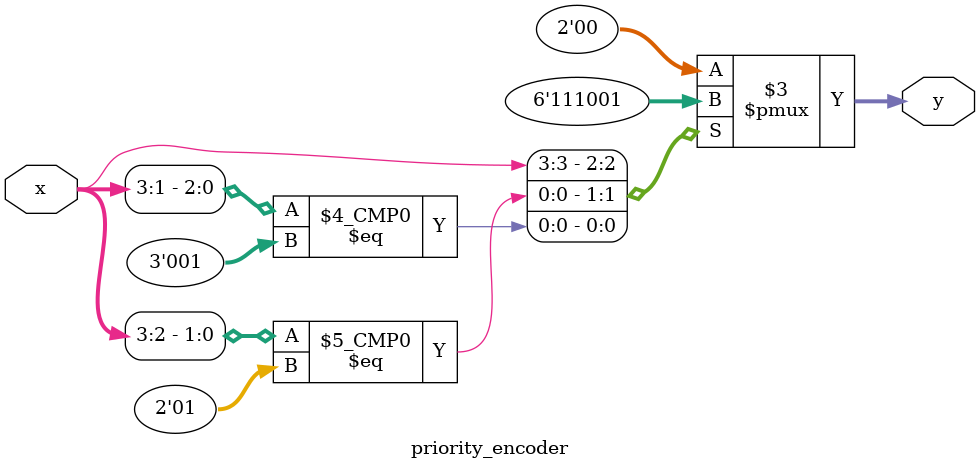
<source format=v>
module priority_encoder (
    input [3:0] x,  // 4-bit input
    output reg [1:0] y  // 2-bit output
);
    always @(*) begin

        //Switch Cases
        casex (x)
            4'b1xxx: y = 2'b11;  // Highest priority: x3 = 1
            4'b01xx: y = 2'b10;  // Second priority: x2 = 1
            4'b001x: y = 2'b01;  // Third priority: x1 = 1
            default: y = 2'b00; 
        endcase

        /*
        //If-else
        if (x[3] == 1'b1) y = 2'b11;
        else if (x[2] == 1'b1) y = 2'b10;
        else if (x[1] == 1'b1) y = 2'b01;
        else  y = 2'b00;
        */
        
    end
endmodule

</source>
